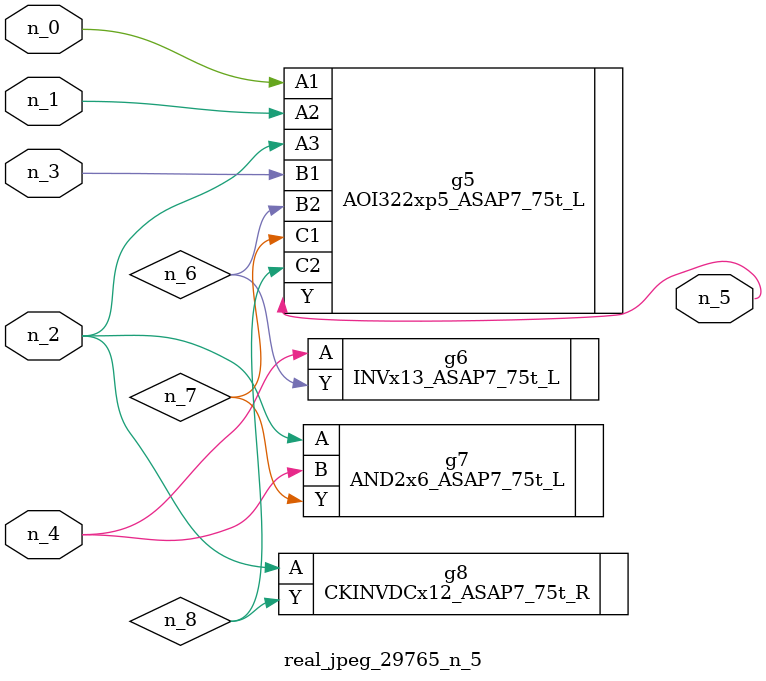
<source format=v>
module real_jpeg_29765_n_5 (n_4, n_0, n_1, n_2, n_3, n_5);

input n_4;
input n_0;
input n_1;
input n_2;
input n_3;

output n_5;

wire n_8;
wire n_6;
wire n_7;

AOI322xp5_ASAP7_75t_L g5 ( 
.A1(n_0),
.A2(n_1),
.A3(n_2),
.B1(n_3),
.B2(n_6),
.C1(n_7),
.C2(n_8),
.Y(n_5)
);

AND2x6_ASAP7_75t_L g7 ( 
.A(n_2),
.B(n_4),
.Y(n_7)
);

CKINVDCx12_ASAP7_75t_R g8 ( 
.A(n_2),
.Y(n_8)
);

INVx13_ASAP7_75t_L g6 ( 
.A(n_4),
.Y(n_6)
);


endmodule
</source>
